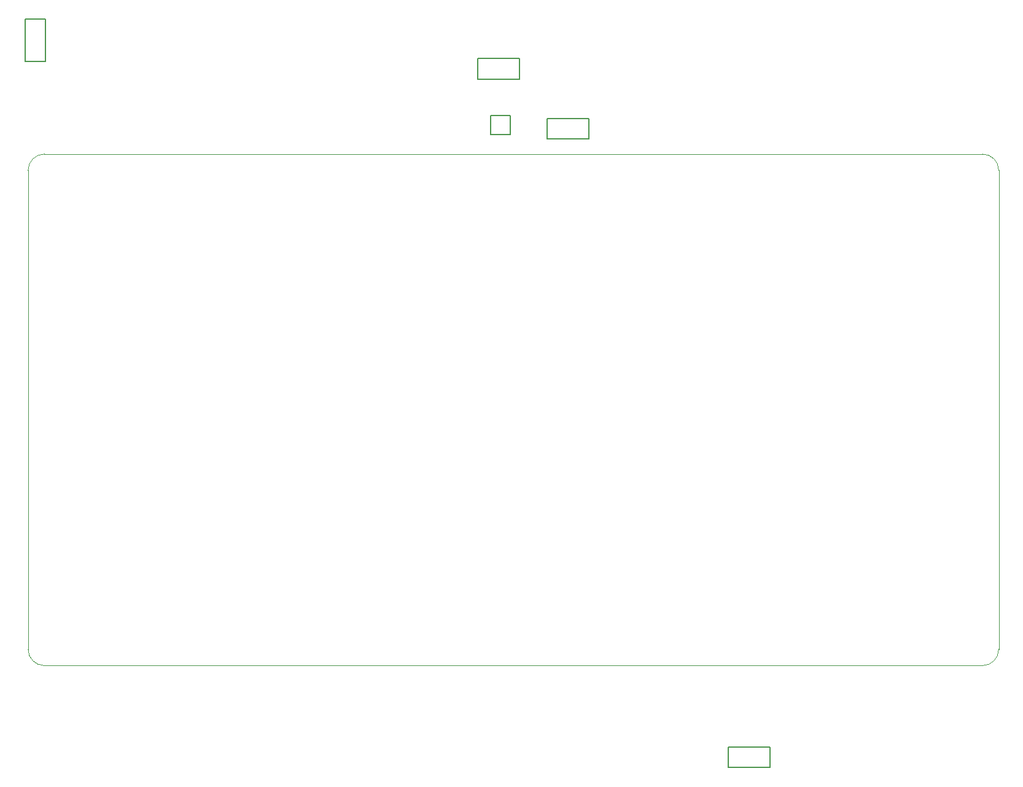
<source format=gbr>
G04*
G04 #@! TF.GenerationSoftware,Altium Limited,Altium Designer,23.0.1 (38)*
G04*
G04 Layer_Color=32768*
%FSLAX25Y25*%
%MOIN*%
G70*
G04*
G04 #@! TF.SameCoordinates,96643D2F-BE8E-4E12-8B93-A60CB91944C5*
G04*
G04*
G04 #@! TF.FilePolarity,Positive*
G04*
G01*
G75*
%ADD12C,0.00787*%
%ADD45C,0.00197*%
D12*
X306378Y437910D02*
Y449090D01*
X283622D02*
X306378D01*
X283622Y437910D02*
Y449090D01*
Y437910D02*
X306378D01*
X442378Y64410D02*
Y75590D01*
X419622D02*
X442378D01*
X419622Y64410D02*
Y75590D01*
Y64410D02*
X442378D01*
X321122Y405409D02*
Y416590D01*
Y405409D02*
X343878D01*
Y416590D01*
X321122D02*
X343878D01*
X290685Y407685D02*
Y418315D01*
X301315D01*
Y407685D02*
Y418315D01*
X290685Y407685D02*
X301315D01*
X37909Y470378D02*
X49091D01*
X37909Y447622D02*
Y470378D01*
Y447622D02*
X49091D01*
Y470378D01*
D45*
X557606Y119720D02*
G03*
X566465Y128579I0J8858D01*
G01*
Y388421D02*
G03*
X557606Y397280I-8858J0D01*
G01*
X48394D02*
G03*
X39535Y388421I0J-8858D01*
G01*
Y128579D02*
G03*
X48394Y119720I8858J0D01*
G01*
X557606D01*
X566465Y128579D02*
Y388421D01*
X48394Y397280D02*
X557606D01*
X39535Y128579D02*
Y388421D01*
M02*

</source>
